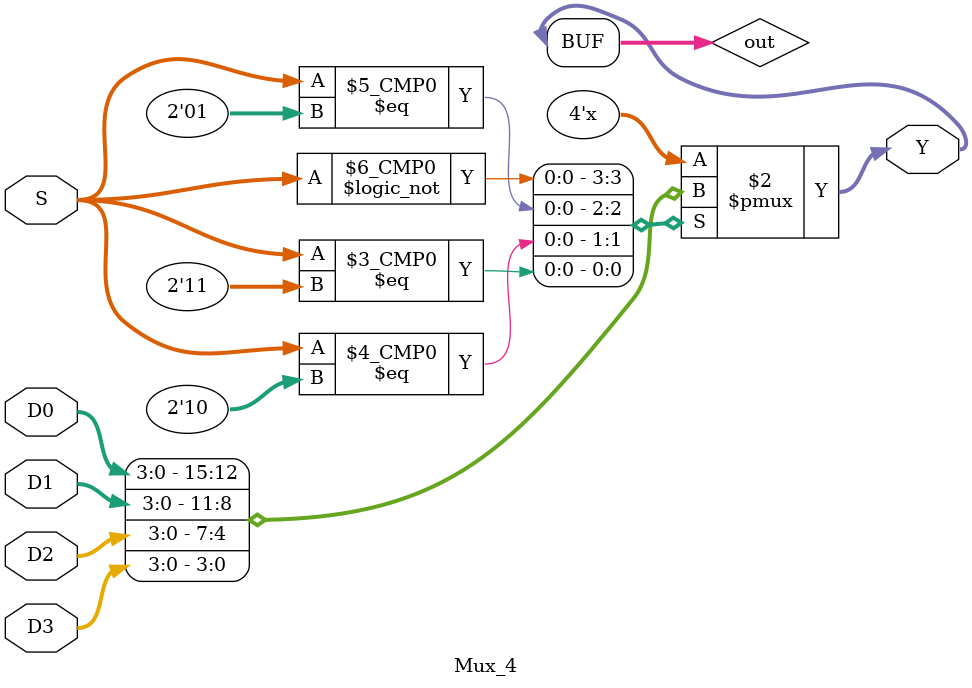
<source format=sv>
module Mux_4 #(N = 4)
              (input [1:0] S,
               input [N-1:0] D0,
               D1,
               D2,
               D3,
               output [N-1:0] Y);
    
    logic[N-1:0] out;
    
    always_comb begin
        case(S)
            2'b00: out   = D0;
            2'b01: out   = D1;
            2'b10: out   = D2;
            2'b11: out   = D3;
            default: out = 0;
        endcase
    end
    
    assign Y = out;
    
endmodule

</source>
